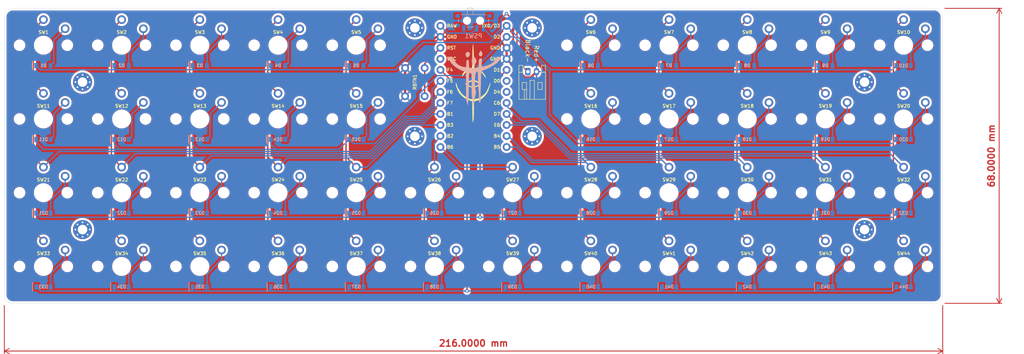
<source format=kicad_pcb>
(kicad_pcb (version 20221018) (generator pcbnew)
  (title_block (title "Horizon Choc") (date "2022-03-21") (rev "2.3") (company "skarrmann"))
  (layers (0 "F.Cu" signal) (31 "B.Cu" signal) (34 "B.Paste" user) (35 "F.Paste" user) (36 "B.SilkS" user "B.Silkscreen") (37 "F.SilkS" user "F.Silkscreen") (38 "B.Mask" user) (39 "F.Mask" user) (44 "Edge.Cuts" user))
  (net 0 "")
  (net 1 "Net-(BATJ2-Pin_1)")
  (net 2 "Net-(D1-A)")
  (net 3 "Net-(D2-A)")
  (net 4 "Net-(D3-A)")
  (net 5 "Net-(D4-A)")
  (net 6 "Net-(D5-A)")
  (net 7 "Net-(D6-A)")
  (net 8 "Net-(D7-A)")
  (net 9 "Net-(D8-A)")
  (net 10 "Net-(D9-A)")
  (net 11 "Net-(D10-A)")
  (net 12 "Net-(D11-A)")
  (net 13 "Net-(D12-A)")
  (net 14 "Net-(D13-A)")
  (net 15 "Net-(D14-A)")
  (net 16 "Net-(D15-A)")
  (net 17 "Net-(D16-A)")
  (net 18 "Net-(D17-A)")
  (net 19 "Net-(D18-A)")
  (net 20 "Net-(D19-A)")
  (net 21 "Net-(D20-A)")
  (net 22 "Net-(D21-A)")
  (net 23 "Net-(D22-A)")
  (net 24 "Net-(D23-A)")
  (net 25 "Net-(D24-A)")
  (net 26 "Net-(D25-A)")
  (net 27 "Net-(D26-A)")
  (net 28 "Net-(D27-A)")
  (net 29 "Net-(D28-A)")
  (net 30 "Net-(D29-A)")
  (net 31 "Net-(D30-A)")
  (net 32 "Net-(D31-A)")
  (net 33 "Net-(D32-A)")
  (net 34 "Net-(D33-A)")
  (net 35 "Net-(D34-A)")
  (net 36 "Net-(D35-A)")
  (net 37 "GND")
  (net 38 "COL1")
  (net 39 "COL2")
  (net 40 "COL3")
  (net 41 "COL4")
  (net 42 "COL5")
  (net 43 "COL6")
  (net 44 "ROW1")
  (net 45 "ROW2")
  (net 46 "ROW3")
  (net 47 "ROW4")
  (net 48 "Net-(D36-A)")
  (net 49 "Net-(D37-A)")
  (net 50 "Net-(D38-A)")
  (net 51 "Net-(D39-A)")
  (net 52 "Net-(D40-A)")
  (net 53 "Net-(D41-A)")
  (net 54 "Net-(D42-A)")
  (net 55 "Net-(D43-A)")
  (net 56 "Net-(D44-A)")
  (net 60 "COL9")
  (net 61 "COL10")
  (net 62 "COL11")
  (net 63 "COL12")
  (net 66 "COL7")
  (net 67 "COL8")
  (net 72 "RESET")
  (net 73 "+BATT")
  (net 74 "VCC")
  (footprint "horizon-footprints:SW_Choc" (layer "F.Cu") (at 51 79.5)
    (fp_text reference "SW1")
    (fp_text value "SW_Push")
  )
  (footprint "horizon-footprints:SW_Choc" (layer "F.Cu") (at 51 96.5)
    (fp_text reference "SW11")
    (fp_text value "SW_Push")
  )
  (footprint "horizon-footprints:SW_Choc" (layer "F.Cu") (at 51 113.5)
    (fp_text reference "SW21")
    (fp_text value "SW_Push")
  )
  (footprint "horizon-footprints:SW_Choc" (layer "F.Cu") (at 51 130.5)
    (fp_text reference "SW33")
    (fp_text value "SW_Push")
  )
  (footprint "horizon-footprints:SW_Push_6mm" (layer "F.Cu") (at 136.5 88 -90)
    (fp_text reference "RBTN1")
    (fp_text value "SW_PUSH")
  )
  (footprint "horizon-footprints:Mount_M2" (layer "F.Cu") (at 240 122)
    (fp_text reference "H8" hide)
    (fp_text value "Hole_Pad" hide)
  )
  (footprint "horizon-footprints:Mount_M2" (layer "F.Cu") (at 240 88)
    (fp_text reference "H4" hide)
    (fp_text value "Hole_Pad" hide)
  )
  (footprint "horizon-footprints:Mount_M2" (layer "F.Cu") (at 60 88)
    (fp_text reference "H3" hide)
    (fp_text value "Hole_Pad" hide)
  )
  (footprint "horizon-footprints:Mount_M2" (layer "F.Cu") (at 60 122)
    (fp_text reference "H7" hide)
    (fp_text value "Hole_Pad" hide)
  )
  (footprint "horizon-footprints:Pro-Micro" (layer "F.Cu") (at 150 71)
    (fp_text reference "U1" hide)
    (fp_text value "PRO-MICRO" hide)
  )
  (footprint "horizon-footprints:SW_Choc" (layer "F.Cu") (at 69 79.5)
    (fp_text reference "SW2")
    (fp_text value "SW_Push")
  )
  (footprint "horizon-footprints:SW_Choc" (layer "F.Cu") (at 87 79.5)
    (fp_text reference "SW3")
    (fp_text value "SW_Push")
  )
  (footprint "horizon-footprints:SW_Choc" (layer "F.Cu") (at 105 79.5)
    (fp_text reference "SW4")
    (fp_text value "SW_Push")
  )
  (footprint "horizon-footprints:SW_Choc" (layer "F.Cu") (at 123 79.5)
    (fp_text reference "SW5")
    (fp_text value "SW_Push")
  )
  (footprint "horizon-footprints:SW_Choc" (layer "F.Cu") (at 177 79.5)
    (fp_text reference "SW6")
    (fp_text value "SW_Push")
  )
  (footprint "horizon-footprints:SW_Choc" (layer "F.Cu") (at 195 79.5)
    (fp_text reference "SW7")
    (fp_text value "SW_Push")
  )
  (footprint "horizon-footprints:SW_Choc" (layer "F.Cu") (at 213 79.5)
    (fp_text reference "SW8")
    (fp_text value "SW_Push")
  )
  (footprint "horizon-footprints:SW_Choc" (layer "F.Cu") (at 231 79.5)
    (fp_text reference "SW9")
    (fp_text value "SW_Push")
  )
  (footprint "horizon-footprints:SW_Choc" (layer "F.Cu") (at 249 79.5)
    (fp_text reference "SW10")
    (fp_text value "SW_Push")
  )
  (footprint "horizon-footprints:SW_Choc" (layer "F.Cu") (at 69 96.5)
    (fp_text reference "SW12")
    (fp_text value "SW_Push")
  )
  (footprint "horizon-footprints:SW_Choc" (layer "F.Cu") (at 87 96.5)
    (fp_text reference "SW13")
    (fp_text value "SW_Push")
  )
  (footprint "horizon-footprints:SW_Choc" (layer "F.Cu") (at 105 96.5)
    (fp_text reference "SW14")
    (fp_text value "SW_Push")
  )
  (footprint "horizon-footprints:SW_Choc" (layer "F.Cu") (at 123 96.5)
    (fp_text reference "SW15")
    (fp_text value "SW_Push")
  )
  (footprint "horizon-footprints:SW_Choc" (layer "F.Cu") (at 177 96.5)
    (fp_text reference "SW16")
    (fp_text value "SW_Push")
  )
  (footprint "horizon-footprints:SW_Choc" (layer "F.Cu") (at 195 96.5)
    (fp_text reference "SW17")
    (fp_text value "SW_Push")
  )
  (footprint "horizon-footprints:SW_Choc" (layer "F.Cu") (at 213 96.5)
    (fp_text reference "SW18")
    (fp_text value "SW_Push")
  )
  (footprint "horizon-footprints:SW_Choc" (layer "F.Cu") (at 231 96.5)
    (fp_text reference "SW19")
    (fp_text value "SW_Push")
  )
  (footprint "horizon-footprints:SW_Choc" (layer "F.Cu") (at 249 96.5)
    (fp_text reference "SW20")
    (fp_text value "SW_Push")
  )
  (footprint "horizon-footprints:SW_Choc" (layer "F.Cu") (at 69 113.5)
    (fp_text reference "SW22")
    (fp_text value "SW_Push")
  )
  (footprint "horizon-footprints:SW_Choc" (layer "F.Cu") (at 87 113.5)
    (fp_text reference "SW23")
    (fp_text value "SW_Push")
  )
  (footprint "horizon-footprints:SW_Choc" (layer "F.Cu") (at 105 113.5)
    (fp_text reference "SW24")
    (fp_text value "SW_Push")
  )
  (footprint "horizon-footprints:SW_Choc" (layer "F.Cu") (at 123 113.5)
    (fp_text reference "SW25")
    (fp_text value "SW_Push")
  )
  (footprint "horizon-footprints:SW_Choc" (layer "F.Cu") (at 177 113.5)
    (fp_text reference "SW28")
    (fp_text value "SW_Push")
  )
  (footprint "horizon-footprints:SW_Choc" (layer "F.Cu") (at 195 113.5)
    (fp_text reference "SW29")
    (fp_text value "SW_Push")
  )
  (footprint "horizon-footprints:SW_Choc" (layer "F.Cu") (at 213 113.5)
    (fp_text reference "SW30")
    (fp_text value "SW_Push")
  )
  (footprint "horizon-footprints:SW_Choc" (layer "F.Cu") (at 231 113.5)
    (fp_text reference "SW31")
    (fp_text value "SW_Push")
  )
  (footprint "horizon-footprints:SW_Choc" (layer "F.Cu") (at 249 113.5)
    (fp_text reference "SW32")
    (fp_text value "SW_Push")
  )
  (footprint "horizon-footprints:SW_Choc" (layer "F.Cu") (at 69 130.5)
    (fp_text reference "SW34")
    (fp_text value "SW_Push")
  )
  (footprint "horizon-footprints:SW_Choc" (layer "F.Cu") (at 87 130.5)
    (fp_text reference "SW35")
    (fp_text value "SW_Push")
  )
  (footprint "horizon-footprints:SW_Choc" (layer "F.Cu") (at 105 130.5)
    (fp_text reference "SW36")
    (fp_text value "SW_Push")
  )
  (footprint "horizon-footprints:SW_Choc" (layer "F.Cu") (at 123 130.5)
    (fp_text reference "SW37")
    (fp_text value "SW_Push")
  )
  (footprint "horizon-footprints:SW_Choc" (layer "F.Cu") (at 177 130.5)
    (fp_text reference "SW40")
    (fp_text value "SW_Push")
  )
  (footprint "horizon-footprints:SW_Choc" (layer "F.Cu") (at 141 130.5)
    (fp_text reference "SW38")
    (fp_text value "SW_Push")
  )
  (footprint "horizon-footprints:SW_Choc" (layer "F.Cu") (at 159 130.5)
    (fp_text reference "SW39")
    (fp_text value "SW_Push")
  )
  (footprint "horizon-footprints:SW_Choc" (layer "F.Cu") (at 195 130.5)
    (fp_text reference "SW41")
    (fp_text value "SW_Push")
  )
  (footprint "horizon-footprints:SW_Choc" (layer "F.Cu") (at 213 130.5)
    (fp_text reference "SW42")
    (fp_text value "SW_Push")
  )
  (footprint "horizon-footprints:SW_Choc" (layer "F.Cu") (at 231 130.5)
    (fp_text reference "SW43")
    (fp_text value "SW_Push")
  )
  (footprint "horizon-footprints:SW_Choc" (layer "F.Cu") (at 249 130.5)
    (fp_text reference "SW44")
    (fp_text value "SW_Push")
  )
  (footprint "horizon-footprints:SW_Choc" (layer "F.Cu") (at 141 113.5)
    (fp_text reference "SW26")
    (fp_text value "SW_Push")
  )
  (footprint "horizon-footprints:SW_Choc" (layer "F.Cu") (at 159 113.5)
    (fp_text reference "SW27")
    (fp_text value "SW_Push")
  )
  (footprint "horizon-footprints:Mount_M2" (layer "F.Cu") (at 136.5 75.5)
    (fp_text reference "H1" hide)
    (fp_text value "Hole_Pad" hide)
  )
  (footprint "horizon-footprints:Mount_M2" (layer "F.Cu") (at 163.5 75.5)
    (fp_text reference "H2" hide)
    (fp_text value "Hole_Pad" hide)
  )
  (footprint "horizon-footprints:Mount_M2" (layer "F.Cu") (at 136.5 100.5)
    (fp_text reference "H5" hide)
    (fp_text value "Hole_Pad" hide)
  )
  (footprint "horizon-footprints:Mount_M2" (layer "F.Cu") (at 163.5 100.5)
    (fp_text reference "H6" hide)
    (fp_text value "Hole_Pad" hide)
  )
  (footprint "horizon-footprints:Logo_Horizon_Small" (layer "F.Cu") (at 149.741141 88)
    (fp_text reference "LOGO1" hide)
    (fp_text value "Logo-Bottom" hide)
  )
  (footprint "Connector_JST:JST_PH_S2B-PH-K_1x02_P2.00mm_Horizontal" (layer "F.Cu") (at 162.5 85.6)
    (fp_text reference "BATJ2" hide)
    (fp_text value "Conn_01x02_Female")
  )
  (footprint "horizon-footprints:Logo_Horizon_H" (layer "B.Cu") (at 150 87.5 180)
    (fp_text reference "LOGO2" hide)
    (fp_text value "Logo-Top" hide)
  )
  (footprint "horizon-footprints:D_SOD-123" (layer "B.Cu") (at 51 118.2)
    (fp_text reference "D21")
    (fp_text value "D" hide)
  )
  (footprint "horizon-footprints:D_SOD-123" (layer "B.Cu") (at 51 135.2)
    (fp_text reference "D33")
    (fp_text value "D" hide)
  )
  (footprint "horizon-footprints:D_SOD-123" (layer "B.Cu") (at 51 101.2)
    (fp_text reference "D11")
    (fp_text value "D" hide)
  )
  (footprint "horizon-footprints:D_SOD-123" (layer "B.Cu") (at 51 84.2)
    (fp_text reference "D1")
    (fp_text value "D" hide)
  )
  (footprint "horizon-footprints:D_SOD-123" (layer "B.Cu") (at 69 84.2)
    (fp_text reference "D2")
    (fp_text value "D" hide)
  )
  (footprint "horizon-footprints:D_SOD-123" (layer "B.Cu") (at 87 84.2)
    (fp_text reference "D3")
    (fp_text value "D" hide)
  )
  (footprint "horizon-footprints:D_SOD-123" (layer "B.Cu") (at 105 84.2)
    (fp_text reference "D4")
    (fp_text value "D" hide)
  )
  (footprint "horizon-footprints:D_SOD-123" (layer "B.Cu") (at 123 84.2)
    (fp_text reference "D5")
    (fp_text value "D" hide)
  )
  (footprint "horizon-footprints:D_SOD-123" (layer "B.Cu") (at 177 84.2)
    (fp_text reference "D6")
    (fp_text value "D" hide)
  )
  (footprint "horizon-footprints:D_SOD-123" (layer "B.Cu") (at 195 84.2)
    (fp_text reference "D7")
    (fp_text value "D" hide)
  )
  (footprint "horizon-footprints:D_SOD-123" (layer "B.Cu") (at 213 84.2)
    (fp_text reference "D8")
    (fp_text value "D" hide)
  )
  (footprint "horizon-footprints:D_SOD-123" (layer "B.Cu") (at 231 84.2)
    (fp_text reference "D9")
    (fp_text value "D" hide)
  )
  (footprint "horizon-footprints:D_SOD-123" (layer "B.Cu") (at 249 84.2)
    (fp_text reference "D10")
    (fp_text value "D" hide)
  )
  (footprint "horizon-footprints:D_SOD-123" (layer "B.Cu") (at 69 101.2)
    (fp_text reference "D12")
    (fp_text value "D" hide)
  )
  (footprint "horizon-footprints:D_SOD-123" (layer "B.Cu") (at 87 101.2)
    (fp_text reference "D13")
    (fp_text value "D" hide)
  )
  (footprint "horizon-footprints:D_SOD-123" (layer "B.Cu") (at 105 101.2)
    (fp_text reference "D14")
    (fp_text value "D" hide)
  )
  (footprint "horizon-footprints:D_SOD-123" (layer "B.Cu") (at 123 101.2)
    (fp_text reference "D15")
    (fp_text value "D" hide)
  )
  (footprint "horizon-footprints:D_SOD-123" (layer "B.Cu") (at 177 101.2)
    (fp_text reference "D16")
    (fp_text value "D" hide)
  )
  (footprint "horizon-footprints:D_SOD-123" (layer "B.Cu") (at 195 101.2)
    (fp_text reference "D17")
    (fp_text value "D" hide)
  )
  (footprint "horizon-footprints:D_SOD-123" (layer "B.Cu") (at 213 101.2)
    (fp_text reference "D18")
    (fp_text value "D" hide)
  )
  (footprint "horizon-footprints:D_SOD-123" (layer "B.Cu") (at 231 101.2)
    (fp_text reference "D19")
    (fp_text value "D" hide)
  )
  (footprint "horizon-footprints:D_SOD-123" (layer "B.Cu") (at 249 101.2)
    (fp_text reference "D20")
    (fp_text value "D" hide)
  )
  (footprint "horizon-footprints:D_SOD-123" (layer "B.Cu") (at 69 118.2)
    (fp_text reference "D22")
    (fp_text value "D" hide)
  )
  (footprint "horizon-footprints:D_SOD-123" (layer "B.Cu") (at 87 118.2)
    (fp_text reference "D23")
    (fp_text value "D" hide)
  )
  (footprint "horizon-footprints:D_SOD-123" (layer "B.Cu") (at 105 118.2)
    (fp_text reference "D24")
    (fp_text value "D" hide)
  )
  (footprint "horizon-footprints:D_SOD-123" (layer "B.Cu") (at 123 118.2)
    (fp_text reference "D25")
    (fp_text value "D" hide)
  )
  (footprint "horizon-footprints:D_SOD-123" (layer "B.Cu") (at 177 118.2)
    (fp_text reference "D28")
    (fp_text value "D" hide)
  )
  (footprint "horizon-footprints:D_SOD-123" (layer "B.Cu") (at 195 118.2)
    (fp_text reference "D29")
    (fp_text value "D" hide)
  )
  (footprint "horizon-footprints:D_SOD-123" (layer "B.Cu") (at 213 118.2)
    (fp_text reference "D30")
    (fp_text value "D" hide)
  )
  (footprint "horizon-footprints:D_SOD-123" (layer "B.Cu") (at 231 118.2)
    (fp_text reference "D31")
    (fp_text value "D" hide)
  )
  (footprint "horizon-footprints:D_SOD-123" (layer "B.Cu") (at 249 118.2)
    (fp_text reference "D32")
    (fp_text value "D" hide)
  )
  (footprint "horizon-footprints:D_SOD-123" (layer "B.Cu") (at 69 135.2)
    (fp_text reference "D34")
    (fp_text value "D" hide)
  )
  (footprint "horizon-footprints:D_SOD-123" (layer "B.Cu") (at 87 135.2)
    (fp_text reference "D35")
    (fp_text value "D" hide)
  )
  (footprint "horizon-footprints:D_SOD-123" (layer "B.Cu") (at 105 135.2)
    (fp_text reference "D36")
    (fp_text value "D" hide)
  )
  (footprint "horizon-footprints:D_SOD-123" (layer "B.Cu") (at 123 135.2)
    (fp_text reference "D37")
    (fp_text value "D" hide)
  )
  (footprint "horizon-footprints:D_SOD-123" (layer "B.Cu") (at 177 135.2)
    (fp_text reference "D40")
    (fp_text value "D" hide)
  )
  (footprint "horizon-footprints:D_SOD-123" (layer "B.Cu") (at 141 135.2)
    (fp_text reference "D38")
    (fp_text value "D" hide)
  )
  (footprint "horizon-footprints:D_SOD-123" (layer "B.Cu") (at 159 135.2)
    (fp_text reference "D39")
    (fp_text value "D" hide)
  )
  (footprint "horizon-footprints:D_SOD-123" (layer "B.Cu") (at 195 135.2)
    (fp_text reference "D41")
    (fp_text value "D" hide)
  )
  (footprint "horizon-footprints:D_SOD-123" (layer "B.Cu") (at 213 135.2)
    (fp_text reference "D42")
    (fp_text value "D" hide)
  )
  (footprint "horizon-footprints:D_SOD-123" (layer "B.Cu") (at 231 135.2)
    (fp_text reference "D43")
    (fp_text value "D" hide)
  )
  (footprint "horizon-footprints:D_SOD-123" (layer "B.Cu") (at 249 135.2)
    (fp_text reference "D44")
    (fp_text value "D" hide)
  )
  (footprint "horizon-footprints:D_SOD-123" (layer "B.Cu") (at 141 118.2)
    (fp_text reference "D26")
    (fp_text value "D" hide)
  )
  (footprint "horizon-footprints:D_SOD-123" (layer "B.Cu") (at 159 118.2)
    (fp_text reference "D27")
    (fp_text value "D" hide)
  )
  (footprint "Button_Switch_SMD:SW_SPDT_PCM12" (layer "B.Cu") (at 150 74.175)
    (fp_text reference "PSW1")
    (fp_text value "SW_SPST")
  )
  (gr_line (start 42 137) (end 42 73) (stroke (width 0.05)) (layer "Edge.Cuts"))
  (gr_line (start 44 139) (end 256 139) (stroke (width 0.05)) (layer "Edge.Cuts"))
  (gr_arc (start 258 137) (mid 257.414214 138.414214) (end 256 139) (stroke (width 0.05)) (layer "Edge.Cuts"))
  (gr_arc (start 42 73) (mid 42.585786 71.585786) (end 44 71) (stroke (width 0.05)) (layer "Edge.Cuts"))
  (gr_line (start 44 71) (end 256 71) (stroke (width 0.05)) (layer "Edge.Cuts"))
  (gr_line (start 258 73) (end 258 137) (stroke (width 0.05)) (layer "Edge.Cuts"))
  (gr_arc (start 44 139) (mid 42.585786 138.414214) (end 42 137) (stroke (width 0.05)) (layer "Edge.Cuts"))
  (gr_arc (start 256 71) (mid 257.414214 71.585786) (end 258 73) (stroke (width 0.05)) (layer "Edge.Cuts"))
  (gr_text "Black-" (at 162.5 83.6 -90) (layer "F.SilkS") (effects (font (size 1 1)) (justify right)))
  (gr_text "Red+" (at 164.5 83.6 -90) (layer "F.SilkS") (effects (font (size 1 1)) (justify right)))
  (dimension (type aligned) (layer "F.Cu") (pts (xy 258 139) (xy 258 71)) (height 13) (gr_text "68.0000 mm" (at 269.2 105 90) (layer "F.Cu") (effects (font (size 1.5 1.5) (thickness 0.3)))) (format (prefix "") (suffix "") (units 3) (units_format 1) (precision 4)) (style (thickness 0.2) (arrow_length 1.27) (text_position_mode 0) (extension_height 0.58642) (extension_offset 0.5) keep_text_aligned))
  (dimension (type aligned) (layer "F.Cu") (pts (xy 42 139) (xy 258 139)) (height 11.000001) (gr_text "216.0000 mm" (at 150 148.200001) (layer "F.Cu") (effects (font (size 1.5 1.5) (thickness 0.3)))) (format (prefix "") (suffix "") (units 3) (units_format 1) (precision 4)) (style (thickness 0.2) (arrow_length 1.27) (text_position_mode 0) (extension_height 0.58642) (extension_offset 0.5) keep_text_aligned))
  (segment (start 157.6 72.2) (end 160 74.6) (width 0.3) (layer "F.Cu") (net 1))
  (segment (start 160 74.6) (end 160 83.1) (width 0.3) (layer "F.Cu") (net 1))
  (segment (start 160 83.1) (end 162.5 85.6) (width 0.3) (layer "F.Cu") (net 1))
  (via (at 157.6 72.2) (size 0.8) (drill 0.4) (layers "F.Cu" "B.Cu") (net 1))
  (segment (start 152.25 75.605) (end 154.293947 77.648947) (width 0.3) (layer "B.Cu") (net 1))
  (segment (start 154.293947 77.648947) (end 156.37 75.572894) (width 0.3) (layer "B.Cu") (net 1))
  (segment (start 156.37 73.43) (end 157.6 72.2) (width 0.3) (layer "B.Cu") (net 1))
  (segment (start 156.37 75.572894) (end 156.37 73.43) (width 0.3) (layer "B.Cu") (net 1))
  (segment (start 52.65 84.2) (end 53.35 83.5) (width 0.3) (layer "B.Cu") (net 2))
  (segment (start 53.35 78.35) (end 56 75.7) (width 0.3) (layer "B.Cu") (net 2))
  (segment (start 53.35 83.5) (end 53.35 78.35) (width 0.3) (layer "B.Cu") (net 2))
  (segment (start 74 77.87868) (end 74 75.7) (width 0.3) (layer "B.Cu") (net 3))
  (segment (start 70.65 84.2) (end 70.65 81.22868) (width 0.3) (layer "B.Cu") (net 3))
  (segment (start 70.65 81.22868) (end 74 77.87868) (width 0.3) (layer "B.Cu") (net 3))
  (segment (start 88.65 84.2) (end 88.65 81.22868) (width 0.3) (layer "B.Cu") (net 4))
  (segment (start 92 77.87868) (end 92 75.7) (width 0.3) (layer "B.Cu") (net 4))
  (segment (start 88.65 81.22868) (end 92 77.87868) (width 0.3) (layer "B.Cu") (net 4))
  (segment (start 106.65 84.2) (end 107.35 83.5) (width 0.3) (layer "B.Cu") (net 5))
  (segment (start 107.35 83.5) (end 107.35 78.35) (width 0.3) (layer "B.Cu") (net 5))
  (segment (start 107.35 78.35) (end 110 75.7) (width 0.3) (layer "B.Cu") (net 5))
  (segment (start 125.35 78.35) (end 128 75.7) (width 0.3) (layer "B.Cu") (net 6))
  (segment (start 125.35 83.5) (end 125.35 78.35) (width 0.3) (layer "B.Cu") (net 6))
  (segment (start 124.65 84.2) (end 125.35 83.5) (width 0.3) (layer "B.Cu") (net 6))
  (segment (start 178.65 84.2) (end 178.65 81.173402) (width 0.3) (layer "B.Cu") (net 7))
  (segment (start 182 77.823402) (end 182 75.7) (width 0.3) (layer "B.Cu") (net 7))
  (segment (start 178.65 81.173402) (end 182 77.823402) (width 0.3) (layer "B.Cu") (net 7))
  (segment (start 196.65 84.2) (end 196.65 81.173402) (width 0.3) (layer "B.Cu") (net 8))
  (segment (start 200 77.823402) (end 200 75.7) (width 0.3) (layer "B.Cu") (net 8))
  (segment (start 196.65 81.173402) (end 200 77.823402) (width 0.3) (layer "B.Cu") (net 8))
  (segment (start 214.65 84.2) (end 214.65 81.173402) (width 0.3) (layer "B.Cu") (net 9))
  (segment (start 218 77.823402) (end 218 75.7) (width 0.3) (layer "B.Cu") (net 9))
  (segment (start 214.65 81.173402) (end 218 77.823402) (width 0.3) (layer "B.Cu") (net 9))
  (segment (start 236 77.823402) (end 236 75.7) (width 0.3) (layer "B.Cu") (net 10))
  (segment (start 232.65 84.2) (end 232.65 81.173402) (width 0.3) (layer "B.Cu") (net 10))
  (segment (start 232.65 81.173402) (end 236 77.823402) (width 0.3) (layer "B.Cu") (net 10))
  (segment (start 254 77.823402) (end 254 75.7) (width 0.3) (layer "B.Cu") (net 11))
  (segment (start 250.65 84.2) (end 250.65 81.173402) (width 0.3) (layer "B.Cu") (net 11))
  (segment (start 250.65 81.173402) (end 254 77.823402) (width 0.3) (layer "B.Cu") (net 11))
  (segment (start 53.35 95.35) (end 56 92.7) (width 0.3) (layer "B.Cu") (net 12))
  (segment (start 53.35 100.5) (end 53.35 95.35) (width 0.3) (layer "B.Cu") (net 12))
  (segment (start 52.65 101.2) (end 53.35 100.5) (width 0.3) (layer "B.Cu") (net 12))
  (segment (start 70.65 101.2) (end 71.35 100.5) (width 0.3) (layer "B.Cu") (net 13))
  (segment (start 71.35 100.5) (end 71.35 95.35) (width 0.3) (layer "B.Cu") (net 13))
  (segment (start 71.35 95.35) (end 74 92.7) (width 0.3) (layer "B.Cu") (net 13))
  (segment (start 89.35 100.5) (end 89.35 95.35) (width 0.3) (layer "B.Cu") (net 14))
  (segment (start 88.65 101.2) (end 89.35 100.5) (width 0.3) (layer "B.Cu") (net 14))
  (segment (start 89.35 95.35) (end 92 92.7) (width 0.3) (layer "B.Cu") (net 14))
  (segment (start 106.65 101.2) (end 107.35 100.5) (width 0.3) (layer "B.Cu") (net 15))
  (segment (start 107.35 100.5) (end 107.35 95.35) (width 0.3) (layer "B.Cu") (net 15))
  (segment (start 107.35 95.35) (end 110 92.7) (width 0.3) (layer "B.Cu") (net 15))
  (segment (start 125.35 95.35) (end 128 92.7) (width 0.3) (layer "B.Cu") (net 16))
  (segment (start 125.35 100.5) (end 125.35 95.35) (width 0.3) (layer "B.Cu") (net 16))
  (segment (start 124.65 101.2) (end 125.35 100.5) (width 0.3) (layer "B.Cu") (net 16))
  (segment (start 178.65 98.22868) (end 182 94.87868) (width 0.3) (layer "B.Cu") (net 17))
  (segment (start 178.65 101.2) (end 178.65 98.22868) (width 0.3) (layer "B.Cu") (net 17))
  (segment (start 182 94.87868) (end 182 92.7) (width 0.3) (layer "B.Cu") (net 17))
  (segment (start 196.65 101.2) (end 196.65 98.173402) (width 0.3) (layer "B.Cu") (net 18))
  (segment (start 200 94.823402) (end 200 92.7) (width 0.3) (layer "B.Cu") (net 18))
  (segment (start 196.65 98.173402) (end 200 94.823402) (width 0.3) (layer "B.Cu") (net 18))
  (segment (start 214.65 98.173402) (end 218 94.823402) (width 0.3) (layer "B.Cu") (net 19))
  (segment (start 214.65 101.2) (end 214.65 98.173402) (width 0.3) (layer "B.Cu") (net 19))
  (segment (start 218 94.823402) (end 218 92.7) (width 0.3) (layer "B.Cu") (net 19))
  (segment (start 236 92.7) (end 236 94.823402) (width 0.3) (layer "B.Cu") (net 20))
  (segment (start 232.65 98.173402) (end 232.65 101.2) (width 0.3) (layer "B.Cu") (net 20))
  (segment (start 236 94.823402) (end 232.65 98.173402) (width 0.3) (layer "B.Cu") (net 20))
  (segment (start 254 94.87868) (end 254 92.7) (width 0.3) (layer "B.Cu") (net 21))
  (segment (start 250.65 98.22868) (end 254 94.87868) (width 0.3) (layer "B.Cu") (net 21))
  (segment (start 250.65 101.2) (end 250.65 98.22868) (width 0.3) (layer "B.Cu") (net 21))
  (segment (start 56 109.7) (end 56 111.823402) (width 0.3) (layer "B.Cu") (net 22))
  (segment (start 56 111.823402) (end 52.65 115.173402) (width 0.3) (layer "B.Cu") (net 22))
  (segment (start 52.65 115.173402) (end 52.65 118.2) (width 0.3) (layer "B.Cu") (net 22))
  (segment (start 74 109.7) (end 74 111.823402) (width 0.3) (layer "B.Cu") (net 23))
  (segment (start 70.65 115.173402) (end 70.65 118.2) (width 0.3) (layer "B.Cu") (net 23))
  (segment (start 74 111.823402) (end 70.65 115.173402) (width 0.3) (layer "B.Cu") (net 23))
  (segment (start 92 111.823402) (end 92 109.7) (width 0.3) (layer "B.Cu") (net 24))
  (segment (start 88.65 115.173402) (end 92 111.823402) (width 0.3) (layer "B.Cu") (net 24))
  (segment (start 88.65 118.2) (end 88.65 115.173402) (width 0.3) (layer "B.Cu") (net 24))
  (segment (start 106.65 118.2) (end 106.65 115.173402) (width 0.3) (layer "B.Cu") (net 25))
  (segment (start 110 111.823402) (end 110 109.7) (width 0.3) (layer "B.Cu") (net 25))
  (segment (start 106.65 115.173402) (end 110 111.823402) (width 0.3) (layer "B.Cu") (net 25))
  (segment (start 128 111.823402) (end 128 109.7) (width 0.3) (layer "B.Cu") (net 26))
  (segment (start 124.65 115.173402) (end 128 111.823402) (width 0.3) (layer "B.Cu") (net 26))
  (segment (start 124.65 118.2) (end 124.65 115.173402) (width 0.3) (layer "B.Cu") (net 26))
  (segment (start 142.65 115.173402) (end 146 111.823402) (width 0.3) (layer "B.Cu") (net 27))
  (segment (start 142.65 118.2) (end 142.65 115.173402) (width 0.3) (layer "B.Cu") (net 27))
  (segment (start 146 111.823402) (end 146 109.7) (width 0.3) (layer "B.Cu") (net 27))
  (segment (start 160.65 115.173402) (end 164 111.823402) (width 0.3) (layer "B.Cu") (net 28))
  (segment (start 164 111.823402) (end 164 109.7) (width 0.3) (layer "B.Cu") (net 28))
  (segment (start 160.65 118.2) (end 160.65 115.173402) (width 0.3) (layer "B.Cu") (net 28))
  (segment (start 178.65 115.173402) (end 182 111.823402) (width 0.3) (layer "B.Cu") (net 29))
  (segment (start 182 111.823402) (end 182 109.7) (width 0.3) (layer "B.Cu") (net 29))
  (segment (start 178.65 118.2) (end 178.65 115.173402) (width 0.3) (layer "B.Cu") (net 29))
  (segment (start 200 111.823402) (end 200 109.7) (width 0.3) (layer "B.Cu") (net 30))
  (segment (start 196.65 118.2) (end 196.65 115.173402) (width 0.3) (layer "B.Cu") (net 30))
  (segment (start 196.65 115.173402) (end 200 111.823402) (width 0.3) (layer "B.Cu") (net 30))
  (segment (start 218 111.823402) (end 218 109.7) (width 0.3) (layer "B.Cu") (net 31))
  (segment (start 214.65 118.2) (end 214.65 115.173402) (width 0.3) (layer "B.Cu") (net 31))
  (segment (start 214.65 115.173402) (end 218 111.823402) (width 0.3) (layer "B.Cu") (net 31))
  (segment (start 236 111.823402) (end 236 109.7) (width 0.3) (layer "B.Cu") (net 32))
  (segment (start 232.65 118.2) (end 232.65 115.173402) (width 0.3) (layer "B.Cu") (net 32))
  (segment (start 232.65 115.173402) (end 236 111.823402) (width 0.3) (layer "B.Cu") (net 32))
  (segment (start 254 111.823402) (end 254 109.7) (width 0.3) (layer "B.Cu") (net 33))
  (segment (start 250.65 118.2) (end 250.65 115.173402) (width 0.3) (layer "B.Cu") (net 33))
  (segment (start 250.65 115.173402) (end 254 111.823402) (width 0.3) (layer "B.Cu") (net 33))
  (segment (start 56 128.823402) (end 56 126.7) (width 0.3) (layer "B.Cu") (net 34))
  (segment (start 52.65 135.2) (end 52.65 132.173402) (width 0.3) (layer "B.Cu") (net 34))
  (segment (start 52.65 132.173402) (end 56 128.823402) (width 0.3) (layer "B.Cu") (net 34))
  (segment (start 70.65 132.22868) (end 74 128.87868) (width 0.3) (layer "B.Cu") (net 35))
  (segment (start 70.65 135.2) (end 70.65 132.22868) (width 0.3) (layer "B.Cu") (net 35))
  (segment (start 74 128.87868) (end 74 126.7) (width 0.3) (layer "B.Cu") (net 35))
  (segment (start 92 128.87868) (end 92 126.7) (width 0.3) (layer "B.Cu") (net 36))
  (segment (start 88.65 135.2) (end 88.65 132.22868) (width 0.3) (layer "B.Cu") (net 36))
  (segment (start 88.65 132.22868) (end 92 128.87868) (width 0.3) (layer "B.Cu") (net 36))
  (segment (start 161.860051 86.925) (end 157.62 82.684949) (width 0.5) (layer "F.Cu") (net 37))
  (segment (start 157.62 82.65) (end 157.62 80.11) (width 0.5) (layer "F.Cu") (net 37))
  (segment (start 134.25 84.75) (end 141.43 77.57) (width 0.5) (layer "F.Cu") (net 37))
  (segment (start 157.62 82.684949) (end 157.62 82.65) (width 0.5) (layer "F.Cu") (net 37))
  (segment (start 164.5 85.6) (end 163.175 86.925) (width 0.5) (layer "F.Cu") (net 37))
  (segment (start 134.25 91.25) (end 134.25 84.75) (width 0.5) (layer "F.Cu") (net 37))
  (segment (start 142.38 77.57) (end 155.08 77.57) (width 0.5) (layer "F.Cu") (net 37))
  (segment (start 155.08 77.57) (end 157.62 80.11) (width 0.5) (layer "F.Cu") (net 37))
  (segment (start 141.43 77.57) (end 142.38 77.57) (width 0.5) (layer "F.Cu") (net 37))
  (segment (start 163.175 86.925) (end 161.860051 86.925) (width 0.5) (layer "F.Cu") (net 37))
  (segment (start 48.65 105) (end 48.65 122.25) (width 0.3) (layer "F.Cu") (net 38))
  (segment (start 48.65 122.25) (end 51 124.6) (width 0.3) (layer "F.Cu") (net 38))
  (segment (start 48.65 88.25) (end 48.65 88) (width 0.3) (layer "F.Cu") (net 38))
  (segment (start 51 107.6) (end 48.65 105.25) (width 0.3) (layer "F.Cu") (net 38))
  (segment (start 48.65 88) (end 48.65 105) (width 0.3) (layer "F.Cu") (net 38))
  (segment (start 51 73.6) (end 48.65 75.95) (width 0.3) (layer "F.Cu") (net 38))
  (segment (start 48.65 75.95) (end 48.65 88) (width 0.3) (layer "F.Cu") (net 38))
  (segment (start 51 90.6) (end 48.65 88.25) (width 0.3) (layer "F.Cu") (net 38))
  (segment (start 48.65 105.25) (end 48.65 105) (width 0.3) (layer "F.Cu") (net 38))
  (segment (start 137.885788 95.89) (end 134.281576 95.89) (width 0.3) (layer "B.Cu") (net 38))
  (segment (start 142.38 87.73) (end 140.458883 89.651117) (width 0.3) (layer "B.Cu") (net 38))
  (segment (start 126.171576 104) (end 54.6 104) (width 0.3) (layer "B.Cu") (net 38))
  (segment (start 54.6 104) (end 51 107.6) (width 0.3) (layer "B.Cu") (net 38))
  (segment (start 140.458883 89.651117) (end 140.458883 93.316905) (width 0.3) (layer "B.Cu") (net 38))
  (segment (start 140.458883 93.316905) (end 137.885788 95.89) (width 0.3) (layer "B.Cu") (net 38))
  (segment (start 134.281576 95.89) (end 126.171576 104) (width 0.3) (layer "B.Cu") (net 38))
  (segment (start 69 90.6) (end 66.65 88.25) (width 0.3) (layer "F.Cu") (net 39))
  (segment (start 66.65 75.95) (end 69 73.6) (width 0.3) (layer "F.Cu") (net 39))
  (segment (start 66.65 88.25) (end 66.65 88) (width 0.3) (layer "F.Cu") (net 39))
  (segment (start 69 124.6) (end 66.65 122.25) (width 0.3) (layer "F.Cu") (net 39))
  (segment (start 66.65 105.25) (end 66.65 105) (width 0.3) (layer "F.Cu") (net 39))
  (segment (start 66.65 105) (end 66.65 88) (width 0.3) (layer "F.Cu") (net 39))
  (segment (start 66.65 122.25) (end 66.65 105) (width 0.3) (layer "F.Cu") (net 39))
  (segment (start 66.65 88) (end 66.65 75.95) (width 0.3) (layer "F.Cu") (net 39))
  (segment (start 69 107.6) (end 66.65 105.25) (width 0.3) (layer "F.Cu") (net 39))
  (segment (start 72.1 104.5) (end 69 107.6) (width 0.3) (layer "B.Cu") (net 39))
  (segment (start 140.958883 91.691117) (end 140.958883 93.524011) (width 0.3) (layer "B.Cu") (net 39))
  (segment (start 134.488682 96.39) (end 126.378682 104.5) (width 0.3) (layer "B.Cu") (net 39))
  (segment (start 140.958883 93.524011) (end 138.092894 96.39) (width 0.3) (layer "B.Cu") (net 39))
  (segment (start 126.378682 104.5) (end 72.1 104.5) (width 0.3) (layer "B.Cu") (net 39))
  (segment (start 138.092894 96.39) (end 134.488682 96.39) (width 0.3) (layer "B.Cu") (net 39))
  (segment (start 142.38 90.27) (end 140.958883 91.691117) (width 0.3) (layer "B.Cu") (net 39))
  (segment (start 87 124.6) (end 84.65 122.25) (width 0.3) (layer "F.Cu") (net 40))
  (segment (start 84.65 122.25) (end 84.65 104) (width 0.3) (layer "F.Cu") (net 40))
  (segment (start 84.65 105.25) (end 84.65 104) (width 0.3) (layer "F.Cu") (net 40))
  (segment (start 84.65 87) (end 84.65 75.95) (width 0.3) (layer "F.Cu") (net 40))
  (segment (start 84.65 88.25) (end 84.65 87) (width 0.3) (layer "F.Cu") (net 40))
  (segment (start 87 90.6) (end 84.65 88.25) (width 0.3) (layer "F.Cu") (net 40))
  (segment (start 87 107.6) (end 84.65 105.25) (width 0.3) (layer "F.Cu") (net 40))
  (segment (start 84.65 75.95) (end 87 73.6) (width 0.3) (layer "F.Cu") (net 40))
  (segment (start 84.65 104) (end 84.65 87) (width 0.3) (layer "F.Cu") (net 40))
  (segment (start 89.6 105) (end 87 107.6) (width 0.3) (layer "B.Cu") (net 40))
  (segment (start 134.695788 96.89) (end 126.585788 105) (width 0.3) (layer "B.Cu") (net 40))
  (segment (start 142.38 92.81) (end 138.3 96.89) (width 0.3) (layer "B.Cu") (net 40))
  (segment (start 126.585788 105) (end 89.6 105) (width 0.3) (layer "B.Cu") (net 40))
  (segment (start 138.3 96.89) (end 134.695788 96.89) (width 0.3) (layer "B.Cu") (net 40))
  (segment (start 105 124.6) (end 102.65 122.25) (width 0.3) (layer "F.Cu") (net 41))
  (segment (start 105 107.6) (end 102.65 105.25) (width 0.3) (layer "F.Cu") (net 41))
  (segment (start 102.65 87) (end 102.65 75.95) (width 0.3) (layer "F.Cu") (net 41))
  (segment (start 102.65 105) (end 102.65 87) (width 0.3) (layer "F.Cu") (net 41))
  (segment (start 102.65 105.25) (end 102.65 105) (width 0.3) (layer "F.Cu") (net 41))
  (segment (start 102.65 122.25) (end 102.65 105) (width 0.3) (layer "F.Cu") (net 41))
  (segment (start 105 90.6) (end 102.65 88.25) (width 0.3) (layer "F.Cu") (net 41))
  (segment (start 102.65 88.25) (end 102.65 87) (width 0.3) (layer "F.Cu") (net 41))
  (segment (start 102.65 75.95) (end 105 73.6) (width 0.3) (layer "F.Cu") (net 41))
  (segment (start 140.65 95.35) (end 138.61 97.39) (width 0.3) (layer "B.Cu") (net 41))
  (segment (start 107.1 105.5) (end 105 107.6) (width 0.3) (layer "B.Cu") (net 41))
  (segment (start 126.792894 105.5) (end 107.1 105.5) (width 0.3) (layer "B.Cu") (net 41))
  (segment (start 142.38 95.35) (end 140.65 95.35) (width 0.3) (layer "B.Cu") (net 41))
  (segment (start 138.61 97.39) (end 134.902894 97.39) (width 0.3) (layer "B.Cu") (net 41))
  (segment (start 134.902894 97.39) (end 126.792894 105.5) (width 0.3) (layer "B.Cu") (net 41))
  (segment (start 123 124.6) (end 120.65 122.25) (width 0.3) (layer "F.Cu") (net 42))
  (segment (start 120.65 105) (end 120.65 88) (width 0.3) (layer "F.Cu") (net 42))
  (segment (start 123 107.6) (end 120.65 105.25) (width 0.3) (layer "F.Cu") (net 42))
  (segment (start 120.65 75.95) (end 123 73.6) (width 0.3) (layer "F.Cu") (net 42))
  (segment (start 120.65 122.25) (end 120.65 105) (width 0.3) (layer "F.Cu") (net 42))
  (segment (start 120.65 105.25) (end 120.65 105) (width 0.3) (layer "F.Cu") (net 42))
  (segment (start 120.65 88) (end 120.65 75.95) (width 0.3) (layer "F.Cu") (net 42))
  (segment (start 120.65 88.25) (end 120.65 88) (width 0.3) (layer "F.Cu") (net 42))
  (segment (start 123 90.6) (end 120.65 88.25) (width 0.3) (layer "F.Cu") (net 42))
  (segment (start 135.11 97.89) (end 125.4 107.6) (width 0.3) (layer "B.Cu") (net 42))
  (segment (start 125.4 107.6) (end 123 107.6) (width 0.3) (layer "B.Cu") (net 42))
  (segment (start 142.38 97.89) (end 135.11 97.89) (width 0.3) (layer "B.Cu") (net 42))
  (segment (start 138.65 109.95) (end 141 107.6) (width 0.3) (layer "F.Cu") (net 43))
  (segment (start 141 124.6) (end 138.65 122.25) (width 0.3) (layer "F.Cu") (net 43))
  (segment (start 138.65 122.25) (end 138.65 109.95) (width 0.3) (layer "F.Cu") (net 43))
  (segment (start 141 102) (end 141 107.6) (width 0.3) (layer "B.Cu") (net 43))
  (segment (start 142.38 100.43) (end 142.38 100.62) (width 0.3) (layer "B.Cu") (net 43))
  (segment (start 142.38 100.62) (end 141 102) (width 0.3) (layer "B.Cu") (net 43))
  (segment (start 120 85.15) (end 121 85.15) (width 0.3) (layer "B.Cu") (net 44))
  (segment (start 175.35 84.2) (end 175.35 84.8) (width 0.3) (layer "B.Cu") (net 44))
  (segment (start 121 85.15) (end 132.082233 85.15) (width 0.3) (layer "B.Cu") (net 44))
  (segment (start 85.499999 85.15) (end 67.499999 85.15) (width 0.3) (layer "B.Cu") (net 44))
  (segment (start 193.35 84.8) (end 193 85.15) (width 0.3) (layer "B.Cu") (net 44))
  (segment (start 211 85.15) (end 193 85.15) (width 0.3) (layer "B.Cu") (net 44))
  (segment (start 193.35 84.2) (end 193.35 84.8) (width 0.3) (layer "B.Cu") (net 44))
  (segment (start 175 85.15) (end 167.74 85.15) (width 0.3) (layer "B.Cu") (net 44))
  (segment (start 67.35 84.2) (end 67.35 85.000001) (width 0.3) (layer "B.Cu") (net 44))
  (segment (start 211.35 84.2) (end 211.35 84.8) (width 0.3) (layer "B.Cu") (net 44))
  (segment (start 153.79 78.86) (end 157.62 75.03) (width 0.3) (layer "B.Cu") (net 44))
  (segment (start 229.35 84.8) (end 229 85.15) (width 0.3) (layer "B.Cu") (net 44))
  (segment (start 85.35 84.2) (end 85.35 85.000001) (width 0.3) (layer "B.Cu") (net 44))
  (segment (start 50.3 85.15) (end 49.35 84.2) (width 0.3) (layer "B.Cu") (net 44))
  (segment (start 229 85.15) (end 211 85.15) (width 0.3) (layer "B.Cu") (net 44))
  (segment (start 246.4 85.15) (end 229 85.15) (width 0.3) (layer "B.Cu") (net 44))
  (segment (start 103.499999 85.15) (end 85.499999 85.15) (width 0.3) (layer "B.Cu") (net 44))
  (segment (start 121.35 84.2) (end 121.35 84.8) (width 0.3) (layer "B.Cu") (net 44))
  (segment (start 247.35 84.2) (end 246.4 85.15) (width 0.3) (layer "B.Cu") (net 44))
  (segment (start 103.35 85.000001) (end 103.499999 85.15) (width 0.3) (layer "B.Cu") (net 44))
  (segment (start 67.35 85.000001) (end 67.499999 85.15) (width 0.3) (layer "B.Cu") (net 44))
  (segment (start 167.74 85.15) (end 157.62 75.03) (width 0.3) (layer "B.Cu") (net 44))
  (segment (start 132.082233 85.15) (end 138.372233 78.86) (width 0.3) (layer "B.Cu") (net 44))
  (segment (start 211.35 84.8) (end 211 85.15) (width 0.3) (layer "B.Cu") (net 44))
  (segment (start 120.4 85.15) (end 103.499999 85.15) (width 0.3) (layer "B.Cu") (net 44))
  (segment (start 85.35 85.000001) (end 85.499999 85.15) (width 0.3) (layer "B.Cu") (net 44))
  (segment (start 67.499999 85.15) (end 50.3 85.15) (width 0.3) (layer "B.Cu") (net 44))
  (segment (start 138.372233 78.86) (end 153.79 78.86) (width 0.3) (layer "B.Cu") (net 44))
  (segment (start 103.35 84.2) (end 103.35 85.000001) (width 0.3) (layer "B.Cu") (net 44))
  (segment (start 229.35 84.2) (end 229.35 84.8) (width 0.3) (layer "B.Cu") (net 44))
  (segment (start 193 85.15) (end 175 85.15) (width 0.3) (layer "B.Cu") (net 44))
  (segment (start 175.35 84.8) (end 175 85.15) (width 0.3) (layer "B.Cu") (net 44))
  (segment (start 121.35 84.8) (end 121 85.15) (width 0.3) (layer "B.Cu") (net 44))
  (segment (start 211 102.15) (end 193 102.15) (width 0.3) (layer "B.Cu") (net 45))
  (segment (start 67.35 101.2) (end 67.35 102.350001) (width 0.3) (layer "B.Cu") (net 45))
  (segment (start 247.35 101.2) (end 246.4 102.15) (width 0.3) (layer "B.Cu") (net 45))
  (segment (start 175.35 101.8) (end 175 102.15) (width 0.3) (layer "B.Cu") (net 45))
  (segment (start 193.35 101.2) (end 193.35 101.8) (width 0.3) (layer "B.Cu") (net 45))
  (segment (start 68.499999 103.5) (end 50.999998 103.5) (width 0.3) (layer "B.Cu") (net 45))
  (segment (start 122.3 102.15) (end 127.31447 102.15) (width 0.3) (layer "B.Cu") (net 45))
  (segment (start 49.35 101.850002) (end 49.35 101.2) (width 0.3) (layer "B.Cu") (net 45))
  (segment (start 229.35 101.2) (end 229.35 101.8) (width 0.3) (layer "B.Cu") (net 45))
  (segment (start 148.71 86.48) (end 157.62 77.57) (width 0.3) (layer "B.Cu") (net 45))
  (segment (start 246.4 102.15) (end 229 102.15) (width 0.3) (layer "B.Cu") (net 45))
  (segment (start 159.452894 77.57) (end 157.62 77.57) (width 0.3) (layer "B.Cu") (net 45))
  (segment (start 137.5 91.96447) (end 137.5 90.732233) (width 0.3) (layer "B.Cu") (net 45))
  (segment (start 86.499999 103.5) (end 68.499999 103.5) (width 0.3) (layer "B.Cu") (net 45))
  (segment (start 127.31447 102.15) (end 137.5 91.96447) (width 0.3) (layer "B.Cu") (net 45))
  (segment (start 50.999998 103.5) (end 49.35 101.850002) (width 0.3) (layer "B.Cu") (net 45))
  (segment (start 167.5 95.5) (end 167.5 85.617106) (width 0.3) (layer "B.Cu") (net 45))
  (segment (start 193.35 101.8) (end 193 102.15) (width 0.3) (layer "B.Cu") (net 45))
  (segment (start 211.35 101.8) (end 211 102.15) (width 0.3) (layer "B.Cu") (net 45))
  (segment (start 141.752233 86.48) (end 148.71 86.48) (width 0.3) (layer "B.Cu") (net 45))
  (segment (start 211.35 101.2) (end 211.35 101.8) (width 0.3) (layer "B.Cu") (net 45))
  (segment (start 137.5 90.732233) (end 141.752233 86.48) (width 0.3) (layer "B.Cu") (net 45))
  (segment (start 229.35 101.8) (end 229 102.15) (width 0.3) (layer "B.Cu") (net 45))
  (segment (start 121.35 101.2) (end 122.3 102.15) (width 0.3) (layer "B.Cu") (net 45))
  (segment (start 175.35 101.2) (end 175.35 101.8) (width 0.3) (layer "B.Cu") (net 45))
  (segment (start 104.499999 103.5) (end 86.499999 103.5) (width 0.3) (layer "B.Cu") (net 45))
  (segment (start 85.35 101.2) (end 85.35 102.350001) (width 0.3) (layer "B.Cu") (net 45))
  (segment (start 229 102.15) (end 211 102.15) (width 0.3) (layer "B.Cu") (net 45))
  (segment (start 167.5 85.617106) (end 159.452894 77.57) (width 0.3) (layer "B.Cu") (net 45))
  (segment (start 175 102.15) (end 174.15 102.15) (width 0.3) (layer "B.Cu") (net 45))
  (segment (start 121.35 101.2) (end 119.05 103.5) (width 0.3) (layer "B.Cu") (net 45))
  (segment (start 174.15 102.15) (end 167.5 95.5) (width 0.3) (layer "B.Cu") (net 45))
  (segment (start 85.35 102.350001) (end 86.499999 103.5) (width 0.3) (layer "B.Cu") (net 45))
  (segment (start 119.05 103.5) (end 104.499999 103.5) (width 0.3) (layer "B.Cu") (net 45))
  (segment (start 103.35 102.350001) (end 104.499999 103.5) (width 0.3) (layer "B.Cu") (net 45))
  (segment (start 193 102.15) (end 175 102.15) (width 0.3) (layer "B.Cu") (net 45))
  (segment (start 103.35 101.2) (end 103.35 102.350001) (width 0.3) (layer "B.Cu") (net 45))
  (segment (start 67.35 102.350001) (end 68.499999 103.5) (width 0.3) (layer "B.Cu") (net 45))
  (segment (start 151.5 91.31) (end 157.62 85.19) (width 0.3) (layer "F.Cu") (net 46))
  (segment (start 151.5 119.15) (end 151.5 91.31) (width 0.3) (layer "F.Cu") (net 46))
  (via (at 151.5 119.15) (size 0.8) (drill 0.4) (layers "F.Cu" "B.Cu") (net 46))
  (segment (start 121.35 118.2) (end 121.35 118.8) (width 0.3) (layer "B.Cu") (net 46))
  (segment (start 175.35 118.2) (end 175.35 118.8) (width 0.3) (layer "B.Cu") (net 46))
  (segment (start 103.35 118.2) (end 103.35 118.8) (width 0.3) (layer "B.Cu") (net 46))
  (segment (start 157.35 118.2) (end 157.35 118.8) (width 0.3) (layer "B.Cu") (net 46))
  (segment (start 211 119.15) (end 193 119.15) (width 0.3) (layer "B.Cu") (net 46))
  (segment (start 246.4 119.15) (end 229 119.15) (width 0.3) (layer "B.Cu") (net 46))
  (segment (start 67.35 118.2) (end 67.35 118.8) (width 0.3) (layer "B.Cu") (net 46))
  (segment (start 85 119.15) (end 67 119.15) (width 0.3) (layer "B.Cu") (net 46))
  (segment (start 247.35 118.2) (end 246.4 119.15) (width 0.3) (layer "B.Cu") (net 46))
  (segment (start 175 119.15) (end 157 119.15) (width 0.3) (layer "B.Cu") (net 46))
  (segment (start 193.35 118.2) (end 193.35 118.8) (width 0.3) (layer "B.Cu") (net 46))
  (segment (start 67.35 118.8) (end 67 119.15) (width 0.3) (layer "B.Cu") (net 46))
  (segment (start 139 119.15) (end 121 119.15) (width 0.3) (layer "B.Cu") (net 46))
  (segment (start 121.35 118.8) (end 121 119.15) (width 0.3) (layer "B.Cu") (net 46))
  (segment (start 193 119.15) (end 175 119.15) (width 0.3) (layer "B.Cu") (net 46))
  (segment (start 85.35 118.2) (end 85.35 118.8) (width 0.3) (layer "B.Cu") (net 46))
  (segment (start 139.35 118.2) (end 139.35 118.8) (width 0.3) (layer "B.Cu") (net 46))
  (segment (start 50.3 119.15) (end 49.35 118.2) (width 0.3) (layer "B.Cu") (net 46))
  (segment (start 211.35 118.2) (end 211.35 118.8) (width 0.3) (layer "B.Cu") (net 46))
  (segment (start 229 119.15) (end 211 119.15) (width 0.3) (layer "B.Cu") (net 46))
  (segment (start 193.35 118.8) (end 193 119.15) (width 0.3) (layer "B.Cu") (net 46))
  (segment (start 229.35 118.2) (end 229.35 118.8) (width 0.3) (layer "B.Cu") (net 46))
  (segment (start 229.35 118.8) (end 229 119.15) (width 0.3) (layer "B.Cu") (net 46))
  (segment (start 85.35 118.8) (end 85 119.15) (width 0.3) (layer "B.Cu") (net 46))
  (segment (start 175.35 118.8) (end 175 119.15) (width 0.3) (layer "B.Cu") (net 46))
  (segment (start 139.35 118.8) (end 139 119.15) (width 0.3) (layer "B.Cu") (net 46))
  (segment (start 157.35 118.8) (end 157 119.15) (width 0.3) (layer "B.Cu") (net 46))
  (segment (start 67 119.15) (end 50.3 119.15) (width 0.3) (layer "B.Cu") (net 46))
  (segment (start 103 119.15) (end 85 119.15) (width 0.3) (layer "B.Cu") (net 46))
  (segment (start 121 119.15) (end 103 119.15) (width 0.3) (layer "B.Cu") (net 46))
  (segment (start 103.35 118.8) (end 103 119.15) (width 0.3) (layer "B.Cu") (net 46))
  (segment (start 151.5 119.15) (end 139 119.15) (width 0.3) (layer "B.Cu") (net 46))
  (segment (start 157 119.15) (end 151.5 119.15) (width 0.3) (layer "B.Cu") (net 46))
  (segment (start 211.35 118.8) (end 211 119.15) (width 0.3) (layer "B.Cu") (net 46))
  (segment (start 148.5 91.31) (end 142.38 85.19) (width 0.3) (layer "F.Cu") (net 47))
  (segment (start 148.5 136.15) (end 148.5 91.31) (width 0.3) (layer "F.Cu") (net 47))
  (via (at 148.5 136.15) (size 0.8) (drill 0.4) (layers "F.Cu" "B.Cu") (net 47))
  (segment (start 175.35 135.8) (end 175 136.15) (width 0.3) (layer "B.Cu") (net 47))
  (segment (start 49.35 135.2) (end 50.3 136.15) (width 0.3) (layer "B.Cu") (net 47))
  (segment (start 157 136.15) (end 175 136.15) (width 0.3) (layer "B.Cu") (net 47))
  (segment (start 103.35 135.8) (end 103 136.15) (width 0.3) (layer "B.Cu") (net 47))
  (segment (start 139.35 135.8) (end 139 136.15) (width 0.3) (layer "B.Cu") (net 47))
  (segment (start 67 136.15) (end 85 136.15) (width 0.3) (layer "B.Cu") (net 47))
  (segment (start 157.35 135.2) (end 157.35 135.8) (width 0.3) (layer "B.Cu") (net 47))
  (segment (start 211.35 135.8) (end 211 136.15) (width 0.3) (layer "B.Cu") (net 47))
  (segment (start 193.35 135.2) (end 193.35 135.8) (width 0.3) (layer "B.Cu") (net 47))
  (segment (start 229 136.15) (end 246.4 136.15) (width 0.3) (layer "B.Cu") (net 47))
  (segment (start 85.35 135.8) (end 85 136.15) (width 0.3) (layer "B.Cu") (net 47))
  (segment (start 85.35 135.2) (end 85.35 135.8) (width 0.3) (layer "B.Cu") (net 47))
  (segment (start 157.35 135.8) (end 157 136.15) (width 0.3) (layer "B.Cu") (net 47))
  (segment (start 148.5 136.15) (end 157 136.15) (width 0.3) (layer "B.Cu") (net 47))
  (segment (start 139 136.15) (end 148.5 136.15) (width 0.3) (layer "B.Cu") (net 47))
  (segment (start 246.4 136.15) (end 247.35 135.2) (width 0.3) (layer "B.Cu") (net 47))
  (segment (start 67.35 135.2) (end 67.35 135.8) (width 0.3) (layer "B.Cu") (net 47))
  (segment (start 103.35 135.2) (end 103.35 135.8) (width 0.3) (layer "B.Cu") (net 47))
  (segment (start 67.35 135.8) (end 67 136.15) (width 0.3) (layer "B.Cu") (net 47))
  (segment (start 175 136.15) (end 193 136.15) (width 0.3) (layer "B.Cu") (net 47))
  (segment (start 85 136.15) (end 103 136.15) (width 0.3) (layer "B.Cu") (net 47))
  (segment (start 121.35 135.8) (end 121 136.15) (width 0.3) (layer "B.Cu") (net 47))
  (segment (start 229.35 135.8) (end 229 136.15) (width 0.3) (layer "B.Cu") (net 47))
  (segment (start 229.35 135.2) (end 229.35 135.8) (width 0.3) (layer "B.Cu") (net 47))
  (segment (start 211 136.15) (end 229 136.15) (width 0.3) (layer "B.Cu") (net 47))
  (segment (start 121.35 135.2) (end 121.35 135.8) (width 0.3) (layer "B.Cu") (net 47))
  (segment (start 211.35 135.2) (end 211.35 135.8) (width 0.3) (layer "B.Cu") (net 47))
  (segment (start 193.35 135.8) (end 193 136.15) (width 0.3) (layer "B.Cu") (net 47))
  (segment (start 193 136.15) (end 211 136.15) (width 0.3) (layer "B.Cu") (net 47))
  (segment (start 50.3 136.15) (end 67 136.15) (width 0.3) (layer "B.Cu") (net 47))
  (segment (start 103 136.15) (end 121 136.15) (width 0.3) (layer "B.Cu") (net 47))
  (segment (start 139.35 135.2) (end 139.35 135.8) (width 0.3) (layer "B.Cu") (net 47))
  (segment (start 175.35 135.2) (end 175.35 135.8) (width 0.3) (layer "B.Cu") (net 47))
  (segment (start 121 136.15) (end 139 136.15) (width 0.3) (layer "B.Cu") (net 47))
  (segment (start 110 128.823402) (end 110 126.7) (width 0.3) (layer "B.Cu") (net 48))
  (segment (start 106.65 135.2) (end 106.65 132.173402) (width 0.3) (layer "B.Cu") (net 48))
  (segment (start 106.65 132.173402) (end 110 128.823402) (width 0.3) (layer "B.Cu") (net 48))
  (segment (start 124.65 135.2) (end 124.65 132.22868) (width 0.3) (layer "B.Cu") (net 49))
  (segment (start 128 128.87868) (end 128 126.7) (width 0.3) (layer "B.Cu") (net 49))
  (segment (start 124.65 132.22868) (end 128 128.87868) (width 0.3) (layer "B.Cu") (net 49))
  (segment (start 142.65 135.2) (end 142.65 132.173402) (width 0.3) (layer "B.Cu") (net 50))
  (segment (start 142.65 132.173402) (end 146 128.823402) (width 0.3) (layer "B.Cu") (net 50))
  (segment (start 146 128.823402) (end 146 126.7) (width 0.3) (layer "B.Cu") (net 50))
  (segment (start 160.65 135.2) (end 160.65 132.173402) (width 0.3) (layer "B.Cu") (net 51))
  (segment (start 160.65 132.173402) (end 164 128.823402) (width 0.3) (layer "B.Cu") (net 51))
  (segment (start 164 128.823402) (end 164 126.7) (width 0.3) (layer "B.Cu") (net 51))
  (segment (start 178.65 132.173402) (end 178.65 135.2) (width 0.3) (layer "B.Cu") (net 52))
  (segment (start 182 126.7) (end 182 128.823402) (width 0.3) (layer "B.Cu") (net 52))
  (segment (start 182 128.823402) (end 178.65 132.173402) (width 0.3) (layer "B.Cu") (net 52))
  (segment (start 196.65 135.2) (end 196.65 132.173402) (width 0.3) (layer "B.Cu") (net 53))
  (segment (start 196.65 132.173402) (end 200 128.823402) (width 0.3) (layer "B.Cu") (net 53))
  (segment (start 200 128.823402) (end 200 126.7) (width 0.3) (layer "B.Cu") (net 53))
  (segment (start 214.65 132.173402) (end 218 128.823402) (width 0.3) (layer "B.Cu") (net 54))
  (segment (start 218 128.823402) (end 218 126.7) (width 0.3) (layer "B.Cu") (net 54))
  (segment (start 214.65 135.2) (end 214.65 132.173402) (width 0.3) (layer "B.Cu") (net 54))
  (segment (start 232.65 135.2) (end 232.65 132.173402) (width 0.3) (layer "B.Cu") (net 55))
  (segment (start 232.65 132.173402) (end 236 128.823402) (width 0.3) (layer "B.Cu") (net 55))
  (segment (start 236 128.823402) (end 236 126.7) (width 0.3) (layer "B.Cu") (net 55))
  (segment (start 250.65 135.2) (end 250.65 132.173402) (width 0.3) (layer "B.Cu") (net 56))
  (segment (start 254 128.823402) (end 254 126.7) (width 0.3) (layer "B.Cu") (net 56))
  (segment (start 250.65 132.173402) (end 254 128.823402) (width 0.3) (layer "B.Cu") (net 56))
  (segment (start 192.65 105) (end 192.65 122.25) (width 0.3) (layer "F.Cu") (net 60))
  (segment (start 195 90.6) (end 192.65 88.25) (width 0.3) (layer "F.Cu") (net 60))
  (segment (start 195 107.6) (end 192.65 105.25) (width 0.3) (layer "F.Cu") (net 60))
  (segment (start 192.65 88.25) (end 192.65 88) (width 0.3) (layer "F.Cu") (net 60))
  (segment (start 195 73.6) (end 192.65 75.95) (width 0.3) (layer "F.Cu") (net 60))
  (segment (start 192.65 105.25) (end 192.65 105) (width 0.3) (layer "F.Cu") (net 60))
  (segment (start 192.65 122.25) (end 195 124.6) (width 0.3) (layer "F.Cu") (net 60))
  (segment (start 192.65 88) (end 192.65 105) (width 0.3) (layer "F.Cu") (net 60))
  (segment (start 192.65 75.95) (end 192.65 88) (width 0.3) (layer "F.Cu") (net 60))
  (segment (start 158.025 100.43) (end 163.595 106) (width 0.3) (layer "B.Cu") (net 60))
  (segment (start 157.62 100.43) (end 158.025 100.43) (width 0.3) (layer "B.Cu") (net 60))
  (segment (start 193.4 106) (end 195 107.6) (width 0.3) (layer "B.Cu") (net 60))
  (segment (start 163.595 106) (end 193.4 106) (width 0.3) (layer "B.Cu") (net 60))
  (segment (start 210.65 88) (end 210.65 75.95) (width 0.3) (layer "F.Cu") (net 61))
  (segment (start 210.65 122.25) (end 210.65 105) (width 0.3) (layer "F.Cu") (net 61))
  (segment (start 210.65 75.95) (end 213 73.6) (width 0.3) (layer "F.Cu") (net 61))
  (segment (start 210.65 88.25) (end 210.65 88) (width 0.3) (layer "F.Cu") (net 61))
  (segment (start 213 124.6) (end 210.65 122.25) (width 0.3) (layer "F.Cu") (net 61))
  (segment (start 210.65 105) (end 210.65 88) (width 0.3) (layer "F.Cu") (net 61))
  (segment (start 213 107.6) (end 210.65 105.25) (width 0.3) (layer "F.Cu") (net 61))
  (segment (start 213 90.6) (end 210.65 88.25) (width 0.3) (layer "F.Cu") (net 61))
  (segment (start 210.65 105.25) (end 210.65 105) (width 0.3) (layer "F.Cu") (net 61))
  (segment (start 172.106245 105.5) (end 164.496245 97.89) (width 0.3) (layer "B.Cu") (net 61))
  (segment (start 164.496245 97.89) (end 157.62 97.89) (width 0.3) (layer "B.Cu") (net 61))
  (segment (start 210.9 105.5) (end 172.106245 105.5) (width 0.3) (layer "B.Cu") (net 61))
  (segment (start 213 107.6) (end 210.9 105.5) (width 0.3) (layer "B.Cu") (net 61))
  (segment (start 228.65 88) (end 228.65 105) (width 0.3) (layer "F.Cu") (net 62))
  (segment (start 228.65 105.25) (end 228.65 105) (width 0.3) (layer "F.Cu") (net 62))
  (segment (start 228.65 122.25) (end 231 124.6) (width 0.3) (layer "F.Cu") (net 62))
  (segment (start 228.65 105) (end 228.65 122.25) (width 0.3) (layer "F.Cu") (net 62))
  (segment (start 228.65 88.25) (end 228.65 88) (width 0.3) (layer "F.Cu") (net 62))
  (segment (start 228.65 75.95) (end 228.65 88) (width 0.3) (layer "F.Cu") (net 62))
  (segment (start 231 73.6) (end 228.65 75.95) (width 0.3) (layer "F.Cu") (net 62))
  (segment (start 231 107.6) (end 228.65 105.25) (width 0.3) (layer "F.Cu") (net 62))
  (segment (start 231 90.6) (end 228.65 88.25) (width 0.3) (layer "F.Cu") (net 62))
  (segment (start 164.703351 97.39) (end 172.313351 105) (width 0.3) (layer "B.Cu") (net 62))
  (segment (start 172.313351 105) (end 228.4 105) (width 0.3) (layer "B.Cu") (net 62))
  (segment (start 159.66 97.39) (end 164.703351 97.39) (width 0.3) (layer "B.Cu") (net 62))
  (segment (start 157.62 95.35) (end 159.66 97.39) (width 0.3) (layer "B.Cu") (net 62))
  (segment (start 228.4 105) (end 231 107.6) (width 0.3) (layer "B.Cu") (net 62))
  (segment (start 246.65 105.25) (end 246.65 105) (width 0.3) (layer "F.Cu") (net 63))
  (segment (start 249 107.6) (end 246.65 105.25) (width 0.3) (layer "F.Cu") (net 63))
  (segment (start 246.65 75.95) (end 246.65 88) (width 0.3) (layer "F.Cu") (net 63))
  (segment (start 246.65 122.25) (end 249 124.6) (width 0.3) (layer "F.Cu") (net 63))
  (segment (start 246.65 105) (end 246.65 122.25) (width 0.3) (layer "F.Cu") (net 63))
  (segment (start 249 90.6) (end 246.65 88.25) (width 0.3) (layer "F.Cu") (net 63))
  (segment (start 246.65 88.25) (end 246.65 88) (width 0.3) (layer "F.Cu") (net 63))
  (segment (start 246.65 88) (end 246.65 105) (width 0.3) (layer "F.Cu") (net 63))
  (segment (start 249 73.6) (end 246.65 75.95) (width 0.3) (layer "F.Cu") (net 63))
  (segment (start 157.62 92.81) (end 157.62 93.515) (width 0.3) (layer "B.Cu") (net 63))
  (segment (start 160.995 96.89) (end 164.910457 96.89) (width 0.3) (layer "B.Cu") (net 63))
  (segment (start 164.910457 96.89) (end 172.520457 104.5) (width 0.3) (layer "B.Cu") (net 63))
  (segment (start 245.9 104.5) (end 249 107.6) (width 0.3) (layer "B.Cu") (net 63))
  (segment (start 157.62 93.515) (end 160.995 96.89) (width 0.3) (layer "B.Cu") (net 63))
  (segment (start 172.520457 104.5) (end 245.9 104.5) (width 0.3) (layer "B.Cu") (net 63))
  (segment (start 156.65 122.25) (end 159 124.6) (width 0.3) (layer "F.Cu") (net 66))
  (segment (start 159 107.6) (end 156.65 109.95) (width 0.3) (layer "F.Cu") (net 66))
  (segment (start 156.65 109.95) (end 156.65 122.25) (width 0.3) (layer "F.Cu") (net 66))
  (segment (start 142.38 102.97) (end 142.469998 102.97) (width 0.3) (layer "B.Cu") (net 66))
  (segment (start 142.469998 102.97) (end 147.099998 107.6) (width 0.3) (layer "B.Cu") (net 66))
  (segment (start 147.099998 107.6) (end 159 107.6) (width 0.3) (layer "B.Cu") (net 66))
  (segment (start 177 107.6) (end 174.65 105.25) (width 0.3) (layer "F.Cu") (net 67))
  (segment (start 174.65 88) (end 174.65 104) (width 0.3) (layer "F.Cu") (net 67))
  (segment (start 174.65 105.25) (end 174.65 104) (width 0.3) (layer "F.Cu") (net 67))
  (segment (start 174.65 104) (end 174.65 122.25) (width 0.3) (layer "F.Cu") (net 67))
  (segment (start 177 90.6) (end 174.65 88.25) (width 0.3) (layer "F.Cu") (net 67))
  (segment (start 174.65 122.25) (end 177 124.6) (width 0.3) (layer "F.Cu") (net 67))
  (segment (start 174.65 75.95) (end 174.65 88) (width 0.3) (layer "F.Cu") (net 67))
  (segment (start 174.65 88.25) (end 174.65 88) (width 0.3) (layer "F.Cu") (net 67))
  (segment (start 177 73.6) (end 174.65 75.95) (width 0.3) (layer "F.Cu") (net 67))
  (segment (start 163.387894 106.5) (end 175.9 106.5) (width 0.3) (layer "B.Cu") (net 67))
  (segment (start 157.62 102.97) (end 159.857894 102.97) (width 0.3) (layer "B.Cu") (net 67))
  (segment (start 175.9 106.5) (end 177 107.6) (width 0.3) (layer "B.Cu") (net 67))
  (segment (start 159.857894 102.97) (end 163.387894 106.5) (width 0.3) (layer "B.Cu") (net 67))
  (segment (start 138.75 84.75) (end 138.75 83.74) (width 0.3) (layer "F.Cu") (net 72))
  (segment (start 138.75 83.74) (end 142.38 80.11) (width 0.3) (layer "F.Cu") (net 72))
  (segment (start 138.75 91.25) (end 138.75 84.75) (width 0.3) (layer "F.Cu") (net 72))
  (segment (start 150.75 75.605) (end 149.65 76.705) (width 0.3) (layer "B.Cu") (net 73))
  (segment (start 144.055 76.705) (end 142.38 75.03) (width 0.3) (layer "B.Cu") (net 73))
  (segment (start 149.65 76.705) (end 144.055 76.705) (width 0.3) (layer "B.Cu") (net 73))
  (zone (net 37) (net_name "GND") (layer "F.Cu") (connect_pads (clearance 0.5)) (min_thickness 0.25) (fill yes (thermal_gap 0.5) (thermal_bridge_width 0.3))
    (polygon (pts (xy 41 70) (xy 41 140) (xy 259 140) (xy 259 70)))
  )
  (zone (net 37) (net_name "GND") (layer "B.Cu") (connect_pads (clearance 0.5)) (min_thickness 0.25) (fill yes (thermal_gap 0.5) (thermal_bridge_width 0.3))
    (polygon (pts (xy 41 70) (xy 41 140) (xy 259 140) (xy 259 70)))
  )
)
</source>
